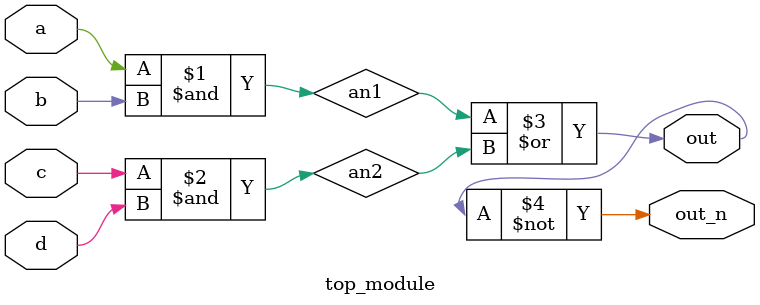
<source format=sv>
`default_nettype none
module top_module(
    input   wire logic a,b,c,d,
    output  logic out,
    output  logic out_n   ); 
    
    var logic an1,an2;
    assign an1 = a&b ;
    assign an2 = c&d ;
    assign out =an1|an2 ;
    assign out_n = ~out ;

endmodule

</source>
